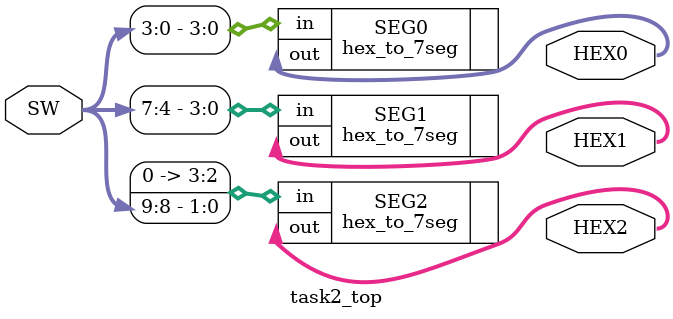
<source format=v>
module task2_top (
	input  [9:0] SW,		// 10-bit input switches
	output [6:0] HEX0,	
	output [6:0] HEX1,	// hex output on 7-segment displays
	output [6:0] HEX2
);

hex_to_7seg SEG0 (		// instantiate hex_to_7seg for HEX0
	.in(SW[3:0]),
	.out(HEX0)
);

hex_to_7seg SEG1 (		// instantiate hex_to_7seg for HEX1
	.in(SW[7:4]),
	.out(HEX1)
);

hex_to_7seg SEG2 (		// instantiate hex_to_7seg for HEX2
	.in({2'b0, SW[9:8]}),
	.out(HEX2)
);

endmodule

</source>
